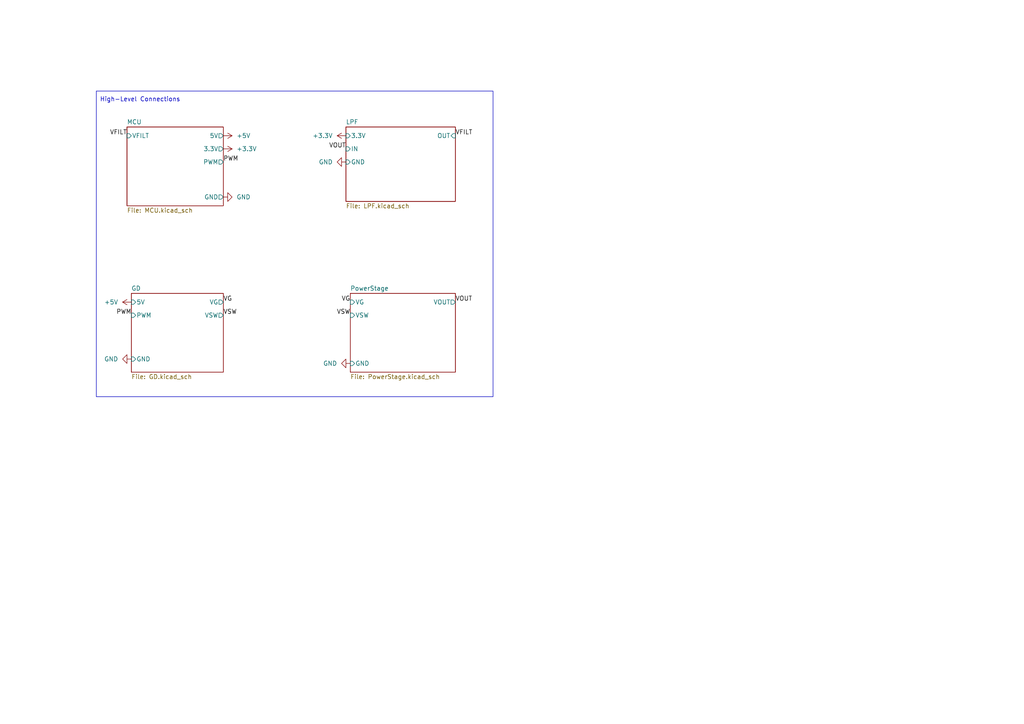
<source format=kicad_sch>
(kicad_sch (version 20231120) (generator "eeschema") (generator_version "8.0")
  (paper "A4")
  (title_block (title "Buck Converter") (date "2025-01-11") (rev "V0") (company "Adam DePinto & Adam Giannetti"))
  (lib_symbols
    (symbol "power:+3.3V" (power) (pin_numbers hide) (pin_names (offset 0) hide)
      (property "Value" "+3.3V" (at 0 3.556 0))
      (symbol "+3.3V_0_1"
        (polyline (pts (xy -0.762 1.27) (xy 0 2.54)))
        (polyline (pts (xy 0 0) (xy 0 2.54)))
        (polyline (pts (xy 0 2.54) (xy 0.762 1.27)))
      )
      (symbol "+3.3V_1_1"
        (pin power_in line (at 0 0 90) (length 0) (name "~") (number "1"))
      )
    )
    (symbol "power:+5V" (power) (pin_numbers hide) (pin_names (offset 0) hide)
      (property "Value" "+5V" (at 0 3.556 0))
      (symbol "+5V_0_1"
        (polyline (pts (xy -0.762 1.27) (xy 0 2.54)))
        (polyline (pts (xy 0 0) (xy 0 2.54)))
        (polyline (pts (xy 0 2.54) (xy 0.762 1.27)))
      )
      (symbol "+5V_1_1"
        (pin power_in line (at 0 0 90) (length 0) (name "~") (number "1"))
      )
    )
    (symbol "power:GND" (power) (pin_numbers hide) (pin_names (offset 0) hide)
      (property "Value" "GND" (at 0 -3.81 0))
      (symbol "GND_0_1"
        (polyline (pts (xy 0 0) (xy 0 -1.27) (xy 1.27 -1.27) (xy 0 -2.54) (xy -1.27 -1.27) (xy 0 -1.27)))
      )
      (symbol "GND_1_1"
        (pin power_in line (at 0 0 270) (length 0) (name "~") (number "1"))
      )
    )
  )
  (rectangle (start 27.94 26.416) (end 143.002 115.062))
  (text "High-Level Connections" (at 40.64 28.956 0) (effects (font (size 1.27 1.27))))
  (label "VOUT" (at 132.08 87.63 0))
  (label "VFILT" (at 132.08 39.37 0))
  (label "VG" (at 101.6 87.63 180))
  (label "VSW" (at 101.6 91.44 180))
  (label "VOUT" (at 100.33 43.18 180))
  (label "PWM" (at 64.77 46.99 0))
  (label "VG" (at 64.77 87.63 0))
  (label "PWM" (at 38.1 91.44 180))
  (label "VFILT" (at 36.83 39.37 180))
  (label "VSW" (at 64.77 91.44 0))
  (symbol (lib_id "power:+5V") (at 38.1 87.63 90) (mirror x) (unit 1)
    (property "Reference" "#PWR07" (effects (hide yes)))
    (property "Value" "+5V" (at 34.29 87.6299 90) (effects (justify left)))
    (property "Description" "Power symbol creates a global label with name \"+5V\"" (effects (hide yes)))
  )
  (symbol (lib_id "power:+3.3V") (at 100.33 39.37 90) (unit 1)
    (property "Reference" "#PWR06" (effects (hide yes)))
    (property "Value" "+3.3V" (at 96.52 39.3699 90) (effects (justify left)))
    (property "Description" "Power symbol creates a global label with name \"+3.3V\"" (effects (hide yes)))
  )
  (symbol (lib_id "power:GND") (at 38.1 104.14 270) (mirror x) (unit 1)
    (property "Reference" "#PWR02" (effects (hide yes)))
    (property "Value" "GND" (at 34.29 104.1399 90) (effects (justify right)))
    (property "Description" "Power symbol creates a global label with name \"GND\" , ground" (effects (hide yes)))
  )
  (symbol (lib_id "power:GND") (at 64.77 57.15 90) (mirror x) (unit 1)
    (property "Reference" "#PWR01" (effects (hide yes)))
    (property "Value" "GND" (at 68.58 57.1499 90) (effects (justify right)))
    (property "Description" "Power symbol creates a global label with name \"GND\" , ground" (effects (hide yes)))
  )
  (symbol (lib_id "power:GND") (at 100.33 46.99 270) (mirror x) (unit 1)
    (property "Reference" "#PWR04" (effects (hide yes)))
    (property "Value" "GND" (at 96.52 46.9899 90) (effects (justify right)))
    (property "Description" "Power symbol creates a global label with name \"GND\" , ground" (effects (hide yes)))
  )
  (symbol (lib_id "power:GND") (at 101.6 105.41 270) (mirror x) (unit 1)
    (property "Reference" "#PWR03" (effects (hide yes)))
    (property "Value" "GND" (at 97.79 105.4099 90) (effects (justify right)))
    (property "Description" "Power symbol creates a global label with name \"GND\" , ground" (effects (hide yes)))
  )
  (symbol (lib_id "power:+5V") (at 64.77 39.37 270) (unit 1)
    (property "Reference" "#PWR08" (effects (hide yes)))
    (property "Value" "+5V" (at 68.58 39.3699 90) (effects (justify left)))
    (property "Description" "Power symbol creates a global label with name \"+5V\"" (effects (hide yes)))
  )
  (symbol (lib_id "power:+3.3V") (at 64.77 43.18 270) (unit 1)
    (property "Reference" "#PWR05" (effects (hide yes)))
    (property "Value" "+3.3V" (at 68.58 43.1799 90) (effects (justify left)))
    (property "Description" "Power symbol creates a global label with name \"+3.3V\"" (effects (hide yes)))
  )
  (sheet (at 101.6 85.09) (size 30.48 22.86) (stroke (width 0.1524))
    (property "Sheetname" "PowerStage" (at 101.6 84.3784 0) (effects (justify left bottom)))
    (property "Sheetfile" "PowerStage.kicad_sch" (at 101.6 108.5346 0) (effects (justify left top)))
    (pin "VG" input (at 101.6 87.63 180))
    (pin "VSW" input (at 101.6 91.44 180))
    (pin "VOUT" output (at 132.08 87.63 0))
    (pin "GND" input (at 101.6 105.41 180))
  )
  (sheet (at 38.1 85.09) (size 26.67 22.86) (stroke (width 0.1524))
    (property "Sheetname" "GD" (at 38.1 84.3784 0) (effects (justify left bottom)))
    (property "Sheetfile" "GD.kicad_sch" (at 38.1 108.5346 0) (effects (justify left top)))
    (pin "5V" input (at 38.1 87.63 180))
    (pin "PWM" input (at 38.1 91.44 180))
    (pin "GND" input (at 38.1 104.14 180))
    (pin "VG" output (at 64.77 87.63 0))
    (pin "VSW" output (at 64.77 91.44 0))
  )
  (sheet (at 36.83 36.83) (size 27.94 22.86) (stroke (width 0.1524))
    (property "Sheetname" "MCU" (at 36.83 36.1184 0) (effects (justify left bottom)))
    (property "Sheetfile" "MCU.kicad_sch" (at 36.83 60.2746 0) (effects (justify left top)))
    (pin "VFILT" input (at 36.83 39.37 180))
    (pin "GND" output (at 64.77 57.15 0))
    (pin "5V" output (at 64.77 39.37 0))
    (pin "3.3V" output (at 64.77 43.18 0))
    (pin "PWM" output (at 64.77 46.99 0))
  )
  (sheet (at 100.33 36.83) (size 31.75 21.59) (stroke (width 0.1524))
    (property "Sheetname" "LPF" (at 100.33 36.1184 0) (effects (justify left bottom)))
    (property "Sheetfile" "LPF.kicad_sch" (at 100.33 59.0046 0) (effects (justify left top)))
    (pin "3.3V" input (at 100.33 39.37 180))
    (pin "IN" input (at 100.33 43.18 180))
    (pin "GND" input (at 100.33 46.99 180))
    (pin "OUT" input (at 132.08 39.37 0))
  )
)
</source>
